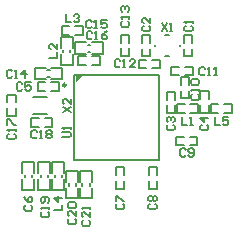
<source format=gto>
G04*
G04 #@! TF.GenerationSoftware,Altium Limited,Altium Designer,21.0.9 (235)*
G04*
G04 Layer_Color=65535*
%FSLAX24Y24*%
%MOIN*%
G70*
G04*
G04 #@! TF.SameCoordinates,0FC08E8B-5143-46C9-A69D-0C2F4C58737C*
G04*
G04*
G04 #@! TF.FilePolarity,Positive*
G04*
G01*
G75*
%ADD10C,0.0098*%
%ADD11C,0.0060*%
%ADD12C,0.0079*%
G36*
X-1181Y1378D02*
X-1378Y1181D01*
Y1378D01*
X-1181Y1378D01*
D02*
G37*
D10*
X-1699Y1083D02*
G03*
X-1699Y1083I-49J0D01*
G01*
D11*
X3578Y164D02*
X3834D01*
X3126D02*
X3382D01*
X3578Y440D02*
X3834D01*
X3126D02*
X3382D01*
X3126Y164D02*
Y440D01*
X3834Y164D02*
Y440D01*
X2778Y166D02*
X2778Y422D01*
X2778Y874D02*
X2778Y618D01*
X3054Y166D02*
Y422D01*
X3054Y618D02*
X3054Y874D01*
X2778D02*
X3054D01*
X2778Y166D02*
X3054D01*
X2706Y164D02*
Y440D01*
X1998Y164D02*
Y440D01*
X2254Y440D01*
X2450Y440D02*
X2706D01*
X1998Y164D02*
X2254D01*
X2450D02*
X2706D01*
X1654Y148D02*
Y404D01*
Y601D02*
Y856D01*
X1930Y148D02*
Y404D01*
Y601D02*
Y856D01*
X1654D02*
X1930D01*
X1654Y148D02*
X1930D01*
X2404Y1098D02*
Y1354D01*
Y646D02*
Y902D01*
X2128Y1098D02*
Y1354D01*
Y646D02*
X2128Y902D01*
X2128Y646D02*
X2404D01*
X2128Y1354D02*
X2404D01*
X1427Y1654D02*
Y1929D01*
X718Y1654D02*
Y1929D01*
X974D01*
X1171D02*
X1427D01*
X718Y1654D02*
X974D01*
X1171D02*
X1427D01*
X1053Y-2372D02*
X1329D01*
X1053Y-1663D02*
X1329D01*
Y-1919D02*
Y-1663D01*
Y-2372D02*
Y-2116D01*
X1053Y-1919D02*
Y-1663D01*
Y-2372D02*
Y-2116D01*
X-39Y-2372D02*
X236D01*
X-39Y-1663D02*
X236D01*
Y-1919D02*
Y-1663D01*
Y-2372D02*
Y-2116D01*
X-39Y-1919D02*
Y-1663D01*
Y-2372D02*
Y-2116D01*
X-2156Y-2411D02*
X-1762D01*
X-2156Y-1486D02*
X-1762D01*
X-2156Y-2411D02*
Y-2047D01*
Y-1850D02*
Y-1486D01*
X-1762Y-2411D02*
Y-2047D01*
Y-1850D02*
Y-1486D01*
X-2618Y-2411D02*
X-2224D01*
X-2618Y-1486D02*
X-2224D01*
Y-1850D02*
Y-1486D01*
Y-2411D02*
Y-2047D01*
X-2618Y-1850D02*
Y-1486D01*
Y-2411D02*
Y-2047D01*
X-3150Y-2411D02*
X-2756D01*
X-3150Y-1486D02*
X-2756D01*
Y-1850D02*
Y-1486D01*
Y-2411D02*
Y-2047D01*
X-3150Y-1850D02*
Y-1486D01*
Y-2411D02*
Y-2047D01*
X2677Y-925D02*
Y-650D01*
X1968Y-925D02*
Y-650D01*
X2224D01*
X2421D02*
X2677D01*
X1968Y-925D02*
X2224D01*
X2421D02*
X2677D01*
X2520Y1407D02*
Y1683D01*
X1811Y1407D02*
Y1683D01*
X2067D01*
X2264D02*
X2520D01*
X1811Y1407D02*
X2067D01*
X2264D02*
X2520D01*
X2240Y2045D02*
X2515D01*
X2240Y2754D02*
X2515D01*
Y2498D02*
Y2754D01*
Y2045D02*
Y2301D01*
X2240Y2498D02*
Y2754D01*
Y2045D02*
Y2301D01*
X1615Y2746D02*
X1741D01*
X1252Y2376D02*
Y2423D01*
X1615Y2053D02*
X1741D01*
X2103Y2376D02*
Y2423D01*
X840Y2754D02*
X1115D01*
X840Y2045D02*
X1115D01*
X840D02*
Y2301D01*
Y2498D02*
Y2754D01*
X1115Y2045D02*
Y2301D01*
Y2498D02*
Y2754D01*
X128Y2756D02*
X404D01*
X128Y2047D02*
X404D01*
X128D02*
Y2303D01*
Y2500D02*
Y2756D01*
X404Y2047D02*
Y2303D01*
Y2500D02*
Y2756D01*
X-2746Y1270D02*
Y1663D01*
X-1821Y1270D02*
Y1663D01*
X-2185Y1270D02*
X-1821D01*
X-2746D02*
X-2382D01*
X-2185Y1663D02*
X-1821D01*
X-2746D02*
X-2382D01*
X-2648Y896D02*
Y1171D01*
X-1939Y896D02*
Y1171D01*
X-2195Y896D02*
X-1939D01*
X-2648D02*
X-2392D01*
X-2195Y1171D02*
X-1939D01*
X-2648D02*
X-2392D01*
X-2865Y-305D02*
Y-30D01*
X-2156Y-305D02*
Y-30D01*
X-2412Y-305D02*
X-2156D01*
X-2865D02*
X-2609D01*
X-2412Y-30D02*
X-2156D01*
X-2865D02*
X-2609D01*
X-3652Y768D02*
X-3377D01*
X-3652Y59D02*
X-3377D01*
X-3652D02*
Y315D01*
Y512D02*
Y768D01*
X-3377Y59D02*
Y315D01*
Y512D02*
Y768D01*
X-1870Y2687D02*
X-1476D01*
X-1870Y1762D02*
X-1476D01*
Y2323D02*
Y2687D01*
Y1762D02*
Y2126D01*
X-1870Y2323D02*
Y2687D01*
Y1762D02*
Y2126D01*
X-1841Y3041D02*
X-1585D01*
X-1388D02*
X-1132D01*
X-1841Y2766D02*
X-1585D01*
X-1388D02*
X-1132D01*
Y3041D01*
X-1841Y2766D02*
Y3041D01*
X-1693Y-2697D02*
X-1299D01*
X-1693Y-1772D02*
X-1299D01*
Y-2136D02*
Y-1772D01*
Y-2697D02*
Y-2333D01*
X-1693Y-2136D02*
Y-1772D01*
Y-2697D02*
Y-2333D01*
X-1230Y-2697D02*
X-837D01*
X-1230Y-1772D02*
X-837D01*
Y-2136D02*
Y-1772D01*
Y-2697D02*
Y-2333D01*
X-1230Y-2136D02*
Y-1772D01*
Y-2697D02*
Y-2333D01*
X-1388Y2112D02*
Y2506D01*
X-463Y2112D02*
Y2506D01*
X-827Y2112D02*
X-463D01*
X-1388D02*
X-1024D01*
X-827Y2506D02*
X-463D01*
X-1388D02*
X-1024D01*
X-576Y1762D02*
Y2038D01*
X-1284Y1762D02*
Y2038D01*
X-1028D01*
X-832D02*
X-576D01*
X-1284Y1762D02*
X-1028D01*
X-832D02*
X-576D01*
X3257Y20D02*
Y-250D01*
X3437D01*
X3707Y20D02*
X3527D01*
Y-115D01*
X3617Y-70D01*
X3662D01*
X3707Y-115D01*
Y-205D01*
X3662Y-250D01*
X3572D01*
X3527Y-205D01*
X2822Y-250D02*
X2778Y-295D01*
Y-385D01*
X2822Y-430D01*
X3002D01*
X3047Y-385D01*
Y-295D01*
X3002Y-250D01*
X3047Y-25D02*
X2778D01*
X2912Y-160D01*
Y20D01*
X2515Y780D02*
X2470Y735D01*
Y645D01*
X2515Y600D01*
X2695D01*
X2740Y645D01*
Y735D01*
X2695Y780D01*
X2740Y870D02*
Y960D01*
Y915D01*
X2470D01*
X2515Y870D01*
Y1095D02*
X2470Y1140D01*
Y1230D01*
X2515Y1275D01*
X2695D01*
X2740Y1230D01*
Y1140D01*
X2695Y1095D01*
X2515D01*
X2167Y20D02*
Y-250D01*
X2347D01*
X2437D02*
X2527D01*
X2482D01*
Y20D01*
X2437Y-25D01*
X1702Y-250D02*
X1658Y-295D01*
Y-385D01*
X1702Y-430D01*
X1882D01*
X1927Y-385D01*
Y-295D01*
X1882Y-250D01*
X1702Y-160D02*
X1658Y-115D01*
Y-25D01*
X1702Y20D01*
X1747D01*
X1792Y-25D01*
Y-70D01*
Y-25D01*
X1837Y20D01*
X1882D01*
X1927Y-25D01*
Y-115D01*
X1882Y-160D01*
X175Y3210D02*
X130Y3165D01*
Y3075D01*
X175Y3030D01*
X355D01*
X400Y3075D01*
Y3165D01*
X355Y3210D01*
X400Y3300D02*
Y3390D01*
Y3345D01*
X130D01*
X175Y3300D01*
Y3525D02*
X130Y3570D01*
Y3660D01*
X175Y3705D01*
X220D01*
X265Y3660D01*
Y3615D01*
Y3660D01*
X310Y3705D01*
X355D01*
X400Y3660D01*
Y3570D01*
X355Y3525D01*
X103Y1895D02*
X58Y1940D01*
X-32D01*
X-77Y1895D01*
Y1715D01*
X-32Y1670D01*
X58D01*
X103Y1715D01*
X193Y1670D02*
X283D01*
X238D01*
Y1940D01*
X193Y1895D01*
X598Y1670D02*
X418D01*
X598Y1850D01*
Y1895D01*
X553Y1940D01*
X463D01*
X418Y1895D01*
X-1587Y-3370D02*
X-1632Y-3415D01*
Y-3505D01*
X-1587Y-3550D01*
X-1408D01*
X-1363Y-3505D01*
Y-3415D01*
X-1408Y-3370D01*
X-1363Y-3100D02*
Y-3280D01*
X-1543Y-3100D01*
X-1587D01*
X-1632Y-3145D01*
Y-3235D01*
X-1587Y-3280D01*
Y-3010D02*
X-1632Y-2965D01*
Y-2875D01*
X-1587Y-2830D01*
X-1408D01*
X-1363Y-2875D01*
Y-2965D01*
X-1408Y-3010D01*
X-1587D01*
X-2495Y-3150D02*
X-2540Y-3195D01*
Y-3285D01*
X-2495Y-3330D01*
X-2315D01*
X-2270Y-3285D01*
Y-3195D01*
X-2315Y-3150D01*
X-2270Y-3060D02*
Y-2970D01*
Y-3015D01*
X-2540D01*
X-2495Y-3060D01*
X-2315Y-2835D02*
X-2270Y-2790D01*
Y-2700D01*
X-2315Y-2655D01*
X-2495D01*
X-2540Y-2700D01*
Y-2790D01*
X-2495Y-2835D01*
X-2450D01*
X-2405Y-2790D01*
Y-2655D01*
X-2670Y-465D02*
X-2715Y-420D01*
X-2805D01*
X-2850Y-465D01*
Y-645D01*
X-2805Y-690D01*
X-2715D01*
X-2670Y-645D01*
X-2580Y-690D02*
X-2490D01*
X-2535D01*
Y-420D01*
X-2580Y-465D01*
X-2355D02*
X-2310Y-420D01*
X-2220D01*
X-2175Y-465D01*
Y-510D01*
X-2220Y-555D01*
X-2175Y-600D01*
Y-645D01*
X-2220Y-690D01*
X-2310D01*
X-2355Y-645D01*
Y-600D01*
X-2310Y-555D01*
X-2355Y-510D01*
Y-465D01*
X-2310Y-555D02*
X-2220D01*
X-3605Y-550D02*
X-3650Y-595D01*
Y-685D01*
X-3605Y-730D01*
X-3425D01*
X-3380Y-685D01*
Y-595D01*
X-3425Y-550D01*
X-3380Y-460D02*
Y-370D01*
Y-415D01*
X-3650D01*
X-3605Y-460D01*
X-3650Y-235D02*
Y-55D01*
X-3605D01*
X-3425Y-235D01*
X-3380D01*
X2930Y1635D02*
X2885Y1680D01*
X2795D01*
X2750Y1635D01*
Y1455D01*
X2795Y1410D01*
X2885D01*
X2930Y1455D01*
X3020Y1410D02*
X3110D01*
X3065D01*
Y1680D01*
X3020Y1635D01*
X3245Y1410D02*
X3335D01*
X3290D01*
Y1680D01*
X3245Y1635D01*
X-3150Y1125D02*
X-3195Y1170D01*
X-3285D01*
X-3330Y1125D01*
Y945D01*
X-3285Y900D01*
X-3195D01*
X-3150Y945D01*
X-2880Y1170D02*
X-3060D01*
Y1035D01*
X-2970Y1080D01*
X-2925D01*
X-2880Y1035D01*
Y945D01*
X-2925Y900D01*
X-3015D01*
X-3060Y945D01*
X-3045Y-2920D02*
X-3090Y-2965D01*
Y-3055D01*
X-3045Y-3100D01*
X-2865D01*
X-2820Y-3055D01*
Y-2965D01*
X-2865Y-2920D01*
X-3090Y-2650D02*
X-3045Y-2740D01*
X-2955Y-2830D01*
X-2865D01*
X-2820Y-2785D01*
Y-2695D01*
X-2865Y-2650D01*
X-2910D01*
X-2955Y-2695D01*
Y-2830D01*
X1095Y-2870D02*
X1050Y-2915D01*
Y-3005D01*
X1095Y-3050D01*
X1275D01*
X1320Y-3005D01*
Y-2915D01*
X1275Y-2870D01*
X1095Y-2780D02*
X1050Y-2735D01*
Y-2645D01*
X1095Y-2600D01*
X1140D01*
X1185Y-2645D01*
X1230Y-2600D01*
X1275D01*
X1320Y-2645D01*
Y-2735D01*
X1275Y-2780D01*
X1230D01*
X1185Y-2735D01*
X1140Y-2780D01*
X1095D01*
X1185Y-2735D02*
Y-2645D01*
X2295Y3050D02*
X2250Y3005D01*
Y2915D01*
X2295Y2870D01*
X2475D01*
X2520Y2915D01*
Y3005D01*
X2475Y3050D01*
X2520Y3140D02*
Y3230D01*
Y3185D01*
X2250D01*
X2295Y3140D01*
X1490Y3160D02*
X1670Y2890D01*
Y3160D02*
X1490Y2890D01*
X1760D02*
X1850D01*
X1805D01*
Y3160D01*
X1760Y3115D01*
X2290Y-1075D02*
X2245Y-1030D01*
X2155D01*
X2110Y-1075D01*
Y-1255D01*
X2155Y-1300D01*
X2245D01*
X2290Y-1255D01*
X2380D02*
X2425Y-1300D01*
X2515D01*
X2560Y-1255D01*
Y-1075D01*
X2515Y-1030D01*
X2425D01*
X2380Y-1075D01*
Y-1120D01*
X2425Y-1165D01*
X2560D01*
X5Y-2870D02*
X-40Y-2915D01*
Y-3005D01*
X5Y-3050D01*
X185D01*
X230Y-3005D01*
Y-2915D01*
X185Y-2870D01*
X-40Y-2780D02*
Y-2600D01*
X5D01*
X185Y-2780D01*
X230D01*
X885Y3050D02*
X840Y3005D01*
Y2915D01*
X885Y2870D01*
X1065D01*
X1110Y2915D01*
Y3005D01*
X1065Y3050D01*
X1110Y3320D02*
Y3140D01*
X930Y3320D01*
X885D01*
X840Y3275D01*
Y3185D01*
X885Y3140D01*
X-1819Y-660D02*
X-1594D01*
X-1549Y-615D01*
Y-525D01*
X-1594Y-480D01*
X-1819D01*
X-1549Y-390D02*
Y-300D01*
Y-345D01*
X-1819D01*
X-1774Y-390D01*
X-1800Y170D02*
X-1530Y350D01*
X-1800D02*
X-1530Y170D01*
Y620D02*
Y440D01*
X-1710Y620D01*
X-1755D01*
X-1800Y575D01*
Y485D01*
X-1755Y440D01*
X-840Y3195D02*
X-885Y3240D01*
X-975D01*
X-1020Y3195D01*
Y3015D01*
X-975Y2970D01*
X-885D01*
X-840Y3015D01*
X-750Y2970D02*
X-660D01*
X-705D01*
Y3240D01*
X-750Y3195D01*
X-345Y3240D02*
X-525D01*
Y3105D01*
X-435Y3150D01*
X-390D01*
X-345Y3105D01*
Y3015D01*
X-390Y2970D01*
X-480D01*
X-525Y3015D01*
X-3500Y1555D02*
X-3545Y1600D01*
X-3635D01*
X-3680Y1555D01*
Y1375D01*
X-3635Y1330D01*
X-3545D01*
X-3500Y1375D01*
X-3410Y1330D02*
X-3320D01*
X-3365D01*
Y1600D01*
X-3410Y1555D01*
X-3050Y1330D02*
Y1600D01*
X-3185Y1465D01*
X-3005D01*
X-2100Y-3080D02*
X-1830D01*
Y-2900D01*
Y-2675D02*
X-2100D01*
X-1965Y-2810D01*
Y-2630D01*
X-1700Y3440D02*
Y3170D01*
X-1520D01*
X-1430Y3395D02*
X-1385Y3440D01*
X-1295D01*
X-1250Y3395D01*
Y3350D01*
X-1295Y3305D01*
X-1340D01*
X-1295D01*
X-1250Y3260D01*
Y3215D01*
X-1295Y3170D01*
X-1385D01*
X-1430Y3215D01*
X-2256Y2000D02*
X-1986D01*
Y2180D01*
Y2450D02*
Y2270D01*
X-2166Y2450D01*
X-2211D01*
X-2256Y2405D01*
Y2315D01*
X-2211Y2270D01*
X-1128Y-3420D02*
X-1172Y-3465D01*
Y-3555D01*
X-1128Y-3600D01*
X-948D01*
X-903Y-3555D01*
Y-3465D01*
X-948Y-3420D01*
X-903Y-3150D02*
Y-3330D01*
X-1083Y-3150D01*
X-1128D01*
X-1172Y-3195D01*
Y-3285D01*
X-1128Y-3330D01*
X-903Y-3060D02*
Y-2970D01*
Y-3015D01*
X-1172D01*
X-1128Y-3060D01*
X-830Y2835D02*
X-875Y2880D01*
X-965D01*
X-1010Y2835D01*
Y2655D01*
X-965Y2610D01*
X-875D01*
X-830Y2655D01*
X-740Y2610D02*
X-650D01*
X-695D01*
Y2880D01*
X-740Y2835D01*
X-335Y2880D02*
X-425Y2835D01*
X-515Y2745D01*
Y2655D01*
X-470Y2610D01*
X-380D01*
X-335Y2655D01*
Y2700D01*
X-380Y2745D01*
X-515D01*
D12*
X-2077Y-1988D02*
Y-1909D01*
X-1841Y-1988D02*
Y-1909D01*
X-2303Y-1988D02*
Y-1909D01*
X-2539Y-1988D02*
Y-1909D01*
X-2835Y-1988D02*
Y-1909D01*
X-3071Y-1988D02*
Y-1909D01*
X-2323Y1348D02*
X-2244D01*
X-2323Y1585D02*
X-2244D01*
X-1555Y2185D02*
Y2264D01*
X-1791Y2185D02*
Y2264D01*
X-1378Y-2274D02*
Y-2195D01*
X-1614Y-2274D02*
Y-2195D01*
X-915Y-2274D02*
Y-2195D01*
X-1152Y-2274D02*
Y-2195D01*
X-965Y2191D02*
X-886D01*
X-965Y2427D02*
X-886D01*
X-1417Y-1417D02*
Y1417D01*
X1417Y-1417D02*
Y1417D01*
X-1417D02*
X1417D01*
X-1417Y-1417D02*
X1417D01*
X-2806Y108D02*
X-2334D01*
X-2806Y699D02*
X-2334D01*
M02*

</source>
